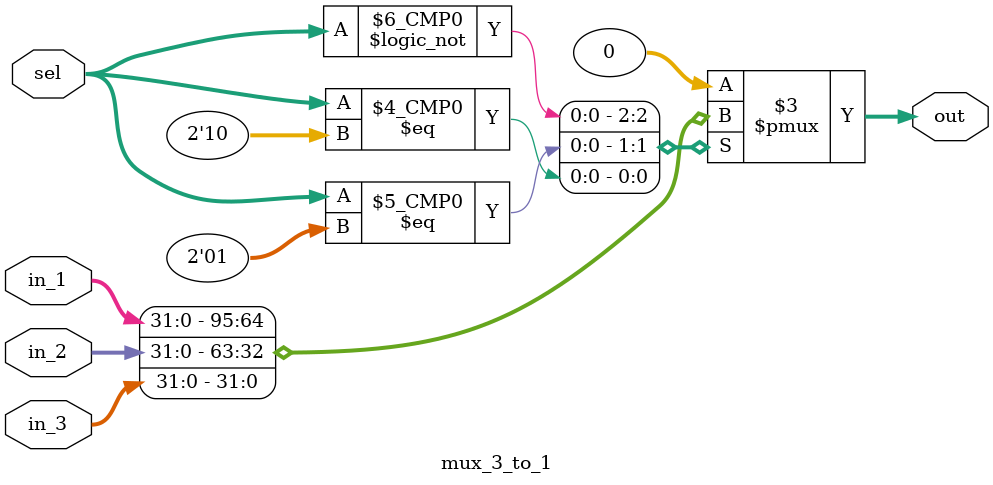
<source format=v>
module mux_3_to_1(
    input [31:0] in_1,
    input [31:0] in_2,
    input [31:0] in_3,
    input [1:0] sel,

    output reg [31:0] out
);

always@(*) begin
    case (sel)
        2'b00: out = in_1;
        2'b01: out = in_2;
        2'b10: out = in_3;
        default: out = 32'b0;
    endcase
end


endmodule
</source>
